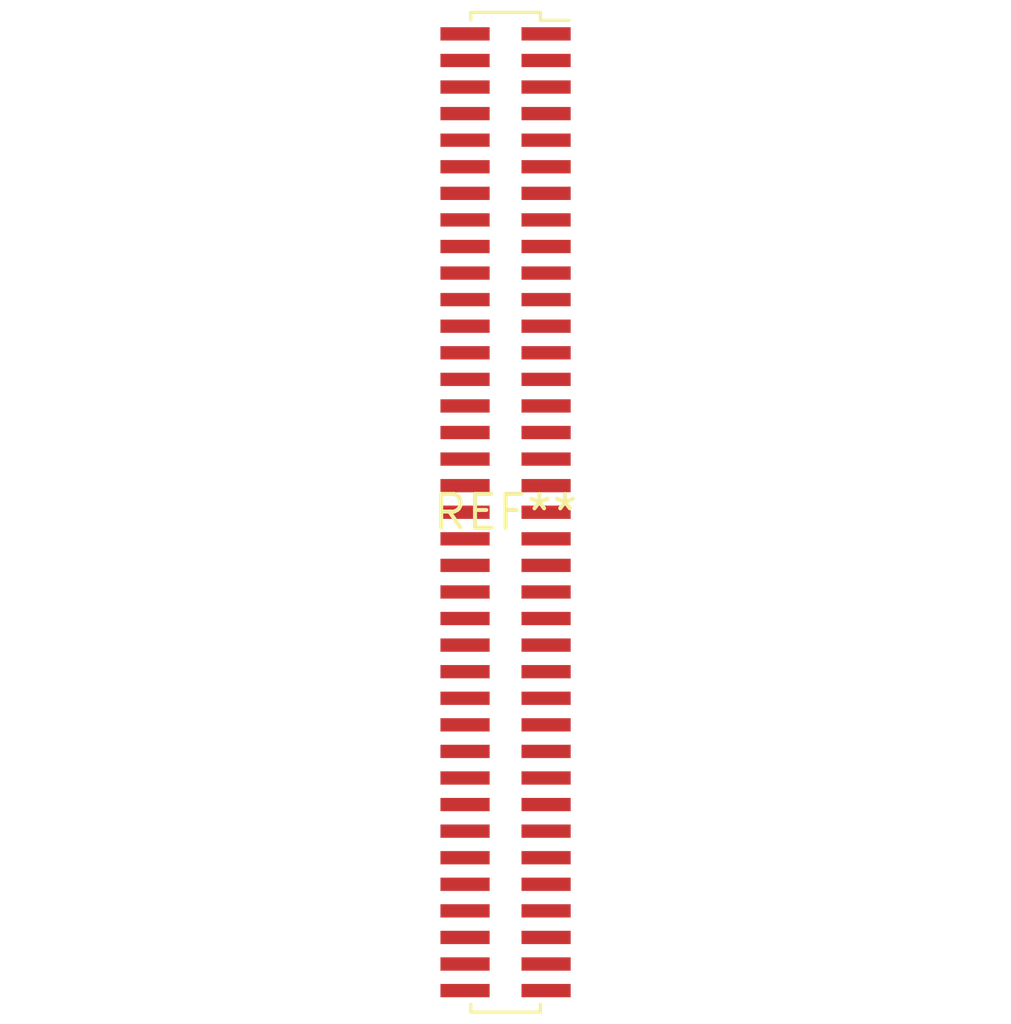
<source format=kicad_pcb>
(kicad_pcb (version 20240108) (generator pcbnew)
  (layers (0 "F.Cu" signal) (31 "B.Cu" signal) (34 "B.Paste" user) (35 "F.Paste" user) (36 "B.SilkS" user "B.Silkscreen") (37 "F.SilkS" user "F.Silkscreen") (38 "B.Mask" user) (39 "F.Mask" user) (44 "Edge.Cuts" user))
  (net 0 "")
  (footprint "PinSocket_2x37_P1.00mm_Vertical_SMD" (layer "F.Cu") (at 0 0)
    (property "Reference" "REF**")
    (property "Value" "PinSocket_2x37_P1.00mm_Vertical_SMD")
    (fp_line (start -1.31 -18.81) (end -1.31 -18.51) (layer "F.SilkS") (stroke (width 0.12)))
    (fp_line (start -1.31 -18.81) (end 1.31 -18.81) (layer "F.SilkS") (stroke (width 0.12)))
    (fp_line (start -1.31 18.51) (end -1.31 18.81) (layer "F.SilkS") (stroke (width 0.12)))
    (fp_line (start -1.31 18.81) (end 1.31 18.81) (layer "F.SilkS") (stroke (width 0.12)))
    (fp_line (start 1.31 -18.81) (end 1.31 -18.51) (layer "F.SilkS") (stroke (width 0.12)))
    (fp_line (start 1.31 -18.51) (end 2.39 -18.51) (layer "F.SilkS") (stroke (width 0.12)))
    (fp_line (start 1.31 18.51) (end 1.31 18.81) (layer "F.SilkS") (stroke (width 0.12)))
    (pad "1" smd rect (at 1.525 -18) (size 1.85 0.5) (layers "F.Cu" "F.Paste" "F.Mask"))
    (pad "2" smd rect (at -1.525 -18) (size 1.85 0.5) (layers "F.Cu" "F.Paste" "F.Mask"))
    (pad "3" smd rect (at 1.525 -17) (size 1.85 0.5) (layers "F.Cu" "F.Paste" "F.Mask"))
    (pad "4" smd rect (at -1.525 -17) (size 1.85 0.5) (layers "F.Cu" "F.Paste" "F.Mask"))
    (pad "5" smd rect (at 1.525 -16) (size 1.85 0.5) (layers "F.Cu" "F.Paste" "F.Mask"))
    (pad "6" smd rect (at -1.525 -16) (size 1.85 0.5) (layers "F.Cu" "F.Paste" "F.Mask"))
    (pad "7" smd rect (at 1.525 -15) (size 1.85 0.5) (layers "F.Cu" "F.Paste" "F.Mask"))
    (pad "8" smd rect (at -1.525 -15) (size 1.85 0.5) (layers "F.Cu" "F.Paste" "F.Mask"))
    (pad "9" smd rect (at 1.525 -14) (size 1.85 0.5) (layers "F.Cu" "F.Paste" "F.Mask"))
    (pad "10" smd rect (at -1.525 -14) (size 1.85 0.5) (layers "F.Cu" "F.Paste" "F.Mask"))
    (pad "11" smd rect (at 1.525 -13) (size 1.85 0.5) (layers "F.Cu" "F.Paste" "F.Mask"))
    (pad "12" smd rect (at -1.525 -13) (size 1.85 0.5) (layers "F.Cu" "F.Paste" "F.Mask"))
    (pad "13" smd rect (at 1.525 -12) (size 1.85 0.5) (layers "F.Cu" "F.Paste" "F.Mask"))
    (pad "14" smd rect (at -1.525 -12) (size 1.85 0.5) (layers "F.Cu" "F.Paste" "F.Mask"))
    (pad "15" smd rect (at 1.525 -11) (size 1.85 0.5) (layers "F.Cu" "F.Paste" "F.Mask"))
    (pad "16" smd rect (at -1.525 -11) (size 1.85 0.5) (layers "F.Cu" "F.Paste" "F.Mask"))
    (pad "17" smd rect (at 1.525 -10) (size 1.85 0.5) (layers "F.Cu" "F.Paste" "F.Mask"))
    (pad "18" smd rect (at -1.525 -10) (size 1.85 0.5) (layers "F.Cu" "F.Paste" "F.Mask"))
    (pad "19" smd rect (at 1.525 -9) (size 1.85 0.5) (layers "F.Cu" "F.Paste" "F.Mask"))
    (pad "20" smd rect (at -1.525 -9) (size 1.85 0.5) (layers "F.Cu" "F.Paste" "F.Mask"))
    (pad "21" smd rect (at 1.525 -8) (size 1.85 0.5) (layers "F.Cu" "F.Paste" "F.Mask"))
    (pad "22" smd rect (at -1.525 -8) (size 1.85 0.5) (layers "F.Cu" "F.Paste" "F.Mask"))
    (pad "23" smd rect (at 1.525 -7) (size 1.85 0.5) (layers "F.Cu" "F.Paste" "F.Mask"))
    (pad "24" smd rect (at -1.525 -7) (size 1.85 0.5) (layers "F.Cu" "F.Paste" "F.Mask"))
    (pad "25" smd rect (at 1.525 -6) (size 1.85 0.5) (layers "F.Cu" "F.Paste" "F.Mask"))
    (pad "26" smd rect (at -1.525 -6) (size 1.85 0.5) (layers "F.Cu" "F.Paste" "F.Mask"))
    (pad "27" smd rect (at 1.525 -5) (size 1.85 0.5) (layers "F.Cu" "F.Paste" "F.Mask"))
    (pad "28" smd rect (at -1.525 -5) (size 1.85 0.5) (layers "F.Cu" "F.Paste" "F.Mask"))
    (pad "29" smd rect (at 1.525 -4) (size 1.85 0.5) (layers "F.Cu" "F.Paste" "F.Mask"))
    (pad "30" smd rect (at -1.525 -4) (size 1.85 0.5) (layers "F.Cu" "F.Paste" "F.Mask"))
    (pad "31" smd rect (at 1.525 -3) (size 1.85 0.5) (layers "F.Cu" "F.Paste" "F.Mask"))
    (pad "32" smd rect (at -1.525 -3) (size 1.85 0.5) (layers "F.Cu" "F.Paste" "F.Mask"))
    (pad "33" smd rect (at 1.525 -2) (size 1.85 0.5) (layers "F.Cu" "F.Paste" "F.Mask"))
    (pad "34" smd rect (at -1.525 -2) (size 1.85 0.5) (layers "F.Cu" "F.Paste" "F.Mask"))
    (pad "35" smd rect (at 1.525 -1) (size 1.85 0.5) (layers "F.Cu" "F.Paste" "F.Mask"))
    (pad "36" smd rect (at -1.525 -1) (size 1.85 0.5) (layers "F.Cu" "F.Paste" "F.Mask"))
    (pad "37" smd rect (at 1.525 0) (size 1.85 0.5) (layers "F.Cu" "F.Paste" "F.Mask"))
    (pad "38" smd rect (at -1.525 0) (size 1.85 0.5) (layers "F.Cu" "F.Paste" "F.Mask"))
    (pad "39" smd rect (at 1.525 1) (size 1.85 0.5) (layers "F.Cu" "F.Paste" "F.Mask"))
    (pad "40" smd rect (at -1.525 1) (size 1.85 0.5) (layers "F.Cu" "F.Paste" "F.Mask"))
    (pad "41" smd rect (at 1.525 2) (size 1.85 0.5) (layers "F.Cu" "F.Paste" "F.Mask"))
    (pad "42" smd rect (at -1.525 2) (size 1.85 0.5) (layers "F.Cu" "F.Paste" "F.Mask"))
    (pad "43" smd rect (at 1.525 3) (size 1.85 0.5) (layers "F.Cu" "F.Paste" "F.Mask"))
    (pad "44" smd rect (at -1.525 3) (size 1.85 0.5) (layers "F.Cu" "F.Paste" "F.Mask"))
    (pad "45" smd rect (at 1.525 4) (size 1.85 0.5) (layers "F.Cu" "F.Paste" "F.Mask"))
    (pad "46" smd rect (at -1.525 4) (size 1.85 0.5) (layers "F.Cu" "F.Paste" "F.Mask"))
    (pad "47" smd rect (at 1.525 5) (size 1.85 0.5) (layers "F.Cu" "F.Paste" "F.Mask"))
    (pad "48" smd rect (at -1.525 5) (size 1.85 0.5) (layers "F.Cu" "F.Paste" "F.Mask"))
    (pad "49" smd rect (at 1.525 6) (size 1.85 0.5) (layers "F.Cu" "F.Paste" "F.Mask"))
    (pad "50" smd rect (at -1.525 6) (size 1.85 0.5) (layers "F.Cu" "F.Paste" "F.Mask"))
    (pad "51" smd rect (at 1.525 7) (size 1.85 0.5) (layers "F.Cu" "F.Paste" "F.Mask"))
    (pad "52" smd rect (at -1.525 7) (size 1.85 0.5) (layers "F.Cu" "F.Paste" "F.Mask"))
    (pad "53" smd rect (at 1.525 8) (size 1.85 0.5) (layers "F.Cu" "F.Paste" "F.Mask"))
    (pad "54" smd rect (at -1.525 8) (size 1.85 0.5) (layers "F.Cu" "F.Paste" "F.Mask"))
    (pad "55" smd rect (at 1.525 9) (size 1.85 0.5) (layers "F.Cu" "F.Paste" "F.Mask"))
    (pad "56" smd rect (at -1.525 9) (size 1.85 0.5) (layers "F.Cu" "F.Paste" "F.Mask"))
    (pad "57" smd rect (at 1.525 10) (size 1.85 0.5) (layers "F.Cu" "F.Paste" "F.Mask"))
    (pad "58" smd rect (at -1.525 10) (size 1.85 0.5) (layers "F.Cu" "F.Paste" "F.Mask"))
    (pad "59" smd rect (at 1.525 11) (size 1.85 0.5) (layers "F.Cu" "F.Paste" "F.Mask"))
    (pad "60" smd rect (at -1.525 11) (size 1.85 0.5) (layers "F.Cu" "F.Paste" "F.Mask"))
    (pad "61" smd rect (at 1.525 12) (size 1.85 0.5) (layers "F.Cu" "F.Paste" "F.Mask"))
    (pad "62" smd rect (at -1.525 12) (size 1.85 0.5) (layers "F.Cu" "F.Paste" "F.Mask"))
    (pad "63" smd rect (at 1.525 13) (size 1.85 0.5) (layers "F.Cu" "F.Paste" "F.Mask"))
    (pad "64" smd rect (at -1.525 13) (size 1.85 0.5) (layers "F.Cu" "F.Paste" "F.Mask"))
    (pad "65" smd rect (at 1.525 14) (size 1.85 0.5) (layers "F.Cu" "F.Paste" "F.Mask"))
    (pad "66" smd rect (at -1.525 14) (size 1.85 0.5) (layers "F.Cu" "F.Paste" "F.Mask"))
    (pad "67" smd rect (at 1.525 15) (size 1.85 0.5) (layers "F.Cu" "F.Paste" "F.Mask"))
    (pad "68" smd rect (at -1.525 15) (size 1.85 0.5) (layers "F.Cu" "F.Paste" "F.Mask"))
    (pad "69" smd rect (at 1.525 16) (size 1.85 0.5) (layers "F.Cu" "F.Paste" "F.Mask"))
    (pad "70" smd rect (at -1.525 16) (size 1.85 0.5) (layers "F.Cu" "F.Paste" "F.Mask"))
    (pad "71" smd rect (at 1.525 17) (size 1.85 0.5) (layers "F.Cu" "F.Paste" "F.Mask"))
    (pad "72" smd rect (at -1.525 17) (size 1.85 0.5) (layers "F.Cu" "F.Paste" "F.Mask"))
    (pad "73" smd rect (at 1.525 18) (size 1.85 0.5) (layers "F.Cu" "F.Paste" "F.Mask"))
    (pad "74" smd rect (at -1.525 18) (size 1.85 0.5) (layers "F.Cu" "F.Paste" "F.Mask"))
  )
)
</source>
